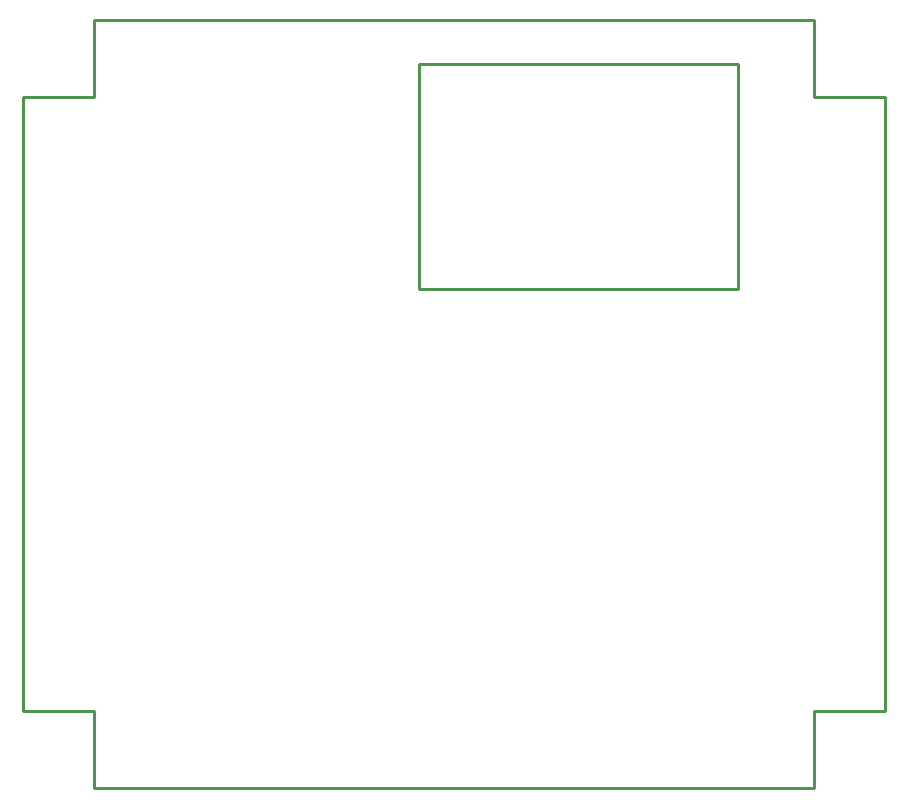
<source format=gko>
G04 Layer: BoardOutline*
G04 EasyEDA v6.4.25, 2021-11-06T18:35:38+01:00*
G04 257399e89a0843229902440734c7eb75,b8d8dd1b48584f29be867e52f4c70977,10*
G04 Gerber Generator version 0.2*
G04 Scale: 100 percent, Rotated: No, Reflected: No *
G04 Dimensions in millimeters *
G04 leading zeros omitted , absolute positions ,4 integer and 5 decimal *
%FSLAX45Y45*%
%MOMM*%

%ADD10C,0.2540*%
D10*
X14986Y-663955D02*
G01*
X614934Y-663955D01*
X614934Y-13970D01*
X6714997Y-13970D01*
X6714997Y-663955D01*
X7314945Y-663955D01*
X7314945Y-5863844D01*
X6714997Y-5863844D01*
X6714997Y-6514084D01*
X614934Y-6514084D01*
X614934Y-5863844D01*
X14986Y-5863844D01*
X14986Y-663955D01*
X3365500Y-381000D02*
G01*
X6070600Y-381000D01*
X6070600Y-381000D02*
G01*
X6070600Y-2286000D01*
X6070600Y-2286000D02*
G01*
X3365500Y-2286000D01*
X3365500Y-2286000D02*
G01*
X3365500Y-381000D01*

%LPD*%
M02*

</source>
